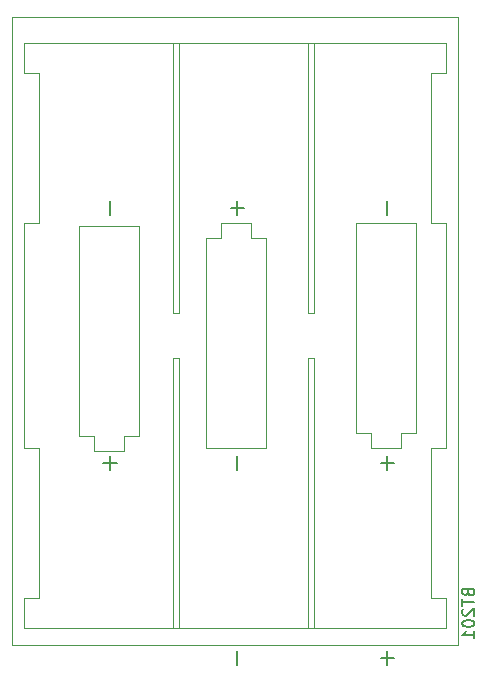
<source format=gbr>
G04 #@! TF.FileFunction,Legend,Bot*
%FSLAX46Y46*%
G04 Gerber Fmt 4.6, Leading zero omitted, Abs format (unit mm)*
G04 Created by KiCad (PCBNEW 4.0.7-e0-6372~58~ubuntu16.10.1) date Wed Dec 20 17:09:54 2017*
%MOMM*%
%LPD*%
G01*
G04 APERTURE LIST*
%ADD10C,0.100000*%
%ADD11C,0.120000*%
%ADD12C,0.150000*%
G04 APERTURE END LIST*
D10*
D11*
X135355000Y-61260000D02*
X173055000Y-61260000D01*
X135355000Y-114460000D02*
X135355000Y-61260000D01*
X173055000Y-114460000D02*
X135355000Y-114460000D01*
X173055000Y-61260000D02*
X173055000Y-114460000D01*
X148971000Y-86360000D02*
X148971000Y-63500000D01*
X149479000Y-86360000D02*
X148971000Y-86360000D01*
X149479000Y-63500000D02*
X149479000Y-86360000D01*
X148971000Y-90170000D02*
X148971000Y-113030000D01*
X149479000Y-90170000D02*
X148971000Y-90170000D01*
X149479000Y-113030000D02*
X149479000Y-90170000D01*
X146050000Y-78994000D02*
X144780000Y-78994000D01*
X146050000Y-96774000D02*
X146050000Y-78994000D01*
X144780000Y-96774000D02*
X146050000Y-96774000D01*
X144780000Y-98044000D02*
X144780000Y-96774000D01*
X142240000Y-98044000D02*
X144780000Y-98044000D01*
X142240000Y-96774000D02*
X142240000Y-98044000D01*
X140970000Y-96774000D02*
X142240000Y-96774000D01*
X140970000Y-78994000D02*
X140970000Y-96774000D01*
X144780000Y-78994000D02*
X140970000Y-78994000D01*
X144780000Y-78994000D02*
X140970000Y-78994000D01*
X140970000Y-78994000D02*
X140970000Y-96774000D01*
X140970000Y-96774000D02*
X142240000Y-96774000D01*
X142240000Y-96774000D02*
X142240000Y-98044000D01*
X142240000Y-98044000D02*
X144780000Y-98044000D01*
X144780000Y-98044000D02*
X144780000Y-96774000D01*
X144780000Y-96774000D02*
X146050000Y-96774000D01*
X146050000Y-96774000D02*
X146050000Y-78994000D01*
X146050000Y-78994000D02*
X144780000Y-78994000D01*
X169545000Y-78740000D02*
X168275000Y-78740000D01*
X169545000Y-96520000D02*
X169545000Y-78740000D01*
X168275000Y-96520000D02*
X169545000Y-96520000D01*
X168275000Y-97790000D02*
X168275000Y-96520000D01*
X165735000Y-97790000D02*
X168275000Y-97790000D01*
X165735000Y-96520000D02*
X165735000Y-97790000D01*
X164465000Y-96520000D02*
X165735000Y-96520000D01*
X164465000Y-78740000D02*
X164465000Y-96520000D01*
X168275000Y-78740000D02*
X164465000Y-78740000D01*
X149225000Y-113030000D02*
X136334500Y-113030000D01*
X149225000Y-63500000D02*
X136325000Y-63500000D01*
X151765000Y-97790000D02*
X156845000Y-97790000D01*
X156845000Y-97790000D02*
X156845000Y-80010000D01*
X156845000Y-80010000D02*
X155575000Y-80010000D01*
X155575000Y-80010000D02*
X155575000Y-78740000D01*
X155575000Y-78740000D02*
X153035000Y-78740000D01*
X153035000Y-78740000D02*
X153035000Y-80010000D01*
X153035000Y-80010000D02*
X151765000Y-80010000D01*
X151765000Y-80010000D02*
X151765000Y-97790000D01*
X168275000Y-78740000D02*
X164465000Y-78740000D01*
X164465000Y-78740000D02*
X164465000Y-96520000D01*
X164465000Y-96520000D02*
X165735000Y-96520000D01*
X165735000Y-96520000D02*
X165735000Y-97790000D01*
X165735000Y-97790000D02*
X168275000Y-97790000D01*
X168275000Y-97790000D02*
X168275000Y-96520000D01*
X168275000Y-96520000D02*
X169545000Y-96520000D01*
X169545000Y-96520000D02*
X169545000Y-78740000D01*
X169545000Y-78740000D02*
X168275000Y-78740000D01*
X160909000Y-113030000D02*
X160909000Y-90170000D01*
X160909000Y-90170000D02*
X160401000Y-90170000D01*
X160401000Y-90170000D02*
X160401000Y-113030000D01*
X160909000Y-63500000D02*
X160909000Y-86360000D01*
X160909000Y-86360000D02*
X160401000Y-86360000D01*
X160401000Y-86360000D02*
X160401000Y-63500000D01*
X137595000Y-97790000D02*
X136325000Y-97790000D01*
X136325000Y-97790000D02*
X136325000Y-78740000D01*
X136325000Y-78740000D02*
X137595000Y-78740000D01*
X170815000Y-66040000D02*
X170815000Y-78740000D01*
X170815000Y-78740000D02*
X172085000Y-78740000D01*
X172085000Y-78740000D02*
X172085000Y-97790000D01*
X172085000Y-97790000D02*
X170815000Y-97790000D01*
X137595000Y-66040000D02*
X137595000Y-78740000D01*
X170815000Y-110490000D02*
X170815000Y-97790000D01*
X170815000Y-110490000D02*
X172085000Y-110490000D01*
X172085000Y-110490000D02*
X172085000Y-113030000D01*
X172085000Y-113030000D02*
X149225000Y-113030000D01*
X136334500Y-113030000D02*
X136334500Y-110490000D01*
X136334500Y-110490000D02*
X137595000Y-110490000D01*
X137595000Y-110490000D02*
X137595000Y-97790000D01*
X172085000Y-63500000D02*
X172085000Y-66040000D01*
X172085000Y-66040000D02*
X170815000Y-66040000D01*
X172085000Y-63500000D02*
X149225000Y-63500000D01*
X136325000Y-63500000D02*
X136325000Y-66040000D01*
X136325000Y-66040000D02*
X137595000Y-66040000D01*
D12*
X173933571Y-110021905D02*
X173981190Y-110164762D01*
X174028810Y-110212381D01*
X174124048Y-110260000D01*
X174266905Y-110260000D01*
X174362143Y-110212381D01*
X174409762Y-110164762D01*
X174457381Y-110069524D01*
X174457381Y-109688571D01*
X173457381Y-109688571D01*
X173457381Y-110021905D01*
X173505000Y-110117143D01*
X173552619Y-110164762D01*
X173647857Y-110212381D01*
X173743095Y-110212381D01*
X173838333Y-110164762D01*
X173885952Y-110117143D01*
X173933571Y-110021905D01*
X173933571Y-109688571D01*
X173457381Y-110545714D02*
X173457381Y-111117143D01*
X174457381Y-110831428D02*
X173457381Y-110831428D01*
X173552619Y-111402857D02*
X173505000Y-111450476D01*
X173457381Y-111545714D01*
X173457381Y-111783810D01*
X173505000Y-111879048D01*
X173552619Y-111926667D01*
X173647857Y-111974286D01*
X173743095Y-111974286D01*
X173885952Y-111926667D01*
X174457381Y-111355238D01*
X174457381Y-111974286D01*
X173457381Y-112593333D02*
X173457381Y-112688572D01*
X173505000Y-112783810D01*
X173552619Y-112831429D01*
X173647857Y-112879048D01*
X173838333Y-112926667D01*
X174076429Y-112926667D01*
X174266905Y-112879048D01*
X174362143Y-112831429D01*
X174409762Y-112783810D01*
X174457381Y-112688572D01*
X174457381Y-112593333D01*
X174409762Y-112498095D01*
X174362143Y-112450476D01*
X174266905Y-112402857D01*
X174076429Y-112355238D01*
X173838333Y-112355238D01*
X173647857Y-112402857D01*
X173552619Y-112450476D01*
X173505000Y-112498095D01*
X173457381Y-112593333D01*
X174457381Y-113879048D02*
X174457381Y-113307619D01*
X174457381Y-113593333D02*
X173457381Y-113593333D01*
X173600238Y-113498095D01*
X173695476Y-113402857D01*
X173743095Y-113307619D01*
X167112143Y-98488572D02*
X167112143Y-99631429D01*
X167683571Y-99060000D02*
X166540714Y-99060000D01*
X154412143Y-76898572D02*
X154412143Y-78041429D01*
X154983571Y-77470000D02*
X153840714Y-77470000D01*
X143617143Y-98488572D02*
X143617143Y-99631429D01*
X144188571Y-99060000D02*
X143045714Y-99060000D01*
X154412143Y-98488572D02*
X154412143Y-99631429D01*
X143617143Y-76898572D02*
X143617143Y-78041429D01*
X167112143Y-76898572D02*
X167112143Y-78041429D01*
X154412143Y-114998572D02*
X154412143Y-116141429D01*
X167112143Y-114998572D02*
X167112143Y-116141429D01*
X167683571Y-115570000D02*
X166540714Y-115570000D01*
M02*

</source>
